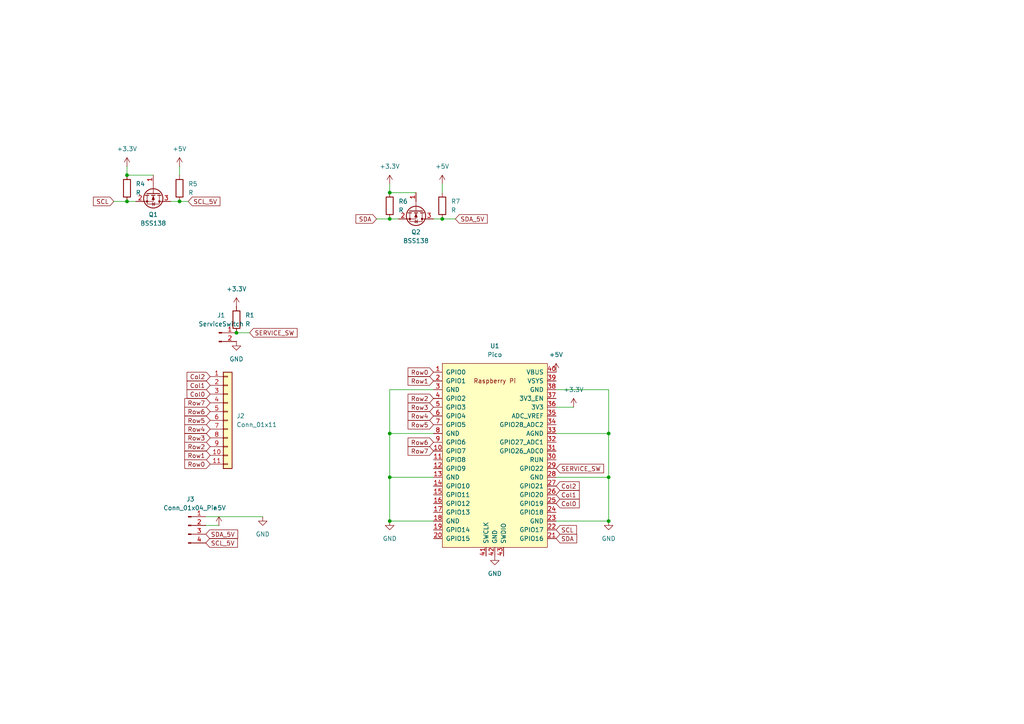
<source format=kicad_sch>
(kicad_sch (version 20231120) (generator "eeschema") (generator_version "8.0")
  (paper "A4")
  (lib_symbols
    (symbol "Connector:Conn_01x02_Pin" (pin_names (offset 1.016) hide)
      (property "Reference" "J" (at 0 2.54 0))
      (property "Value" "Conn_01x02_Pin" (at 0 -5.08 0))
      (symbol "Conn_01x02_Pin_1_1"
        (polyline (pts (xy 1.27 -2.54) (xy 0.8636 -2.54)) (stroke (width 0.1524)))
        (polyline (pts (xy 1.27 0) (xy 0.8636 0)) (stroke (width 0.1524)))
        (rectangle (start 0.8636 -2.413) (end 0 -2.667) (stroke (width 0.1524)) (fill (type outline)))
        (rectangle (start 0.8636 0.127) (end 0 -0.127) (stroke (width 0.1524)) (fill (type outline)))
        (pin passive line (at 5.08 0 180) (length 3.81) (name "Pin_1") (number "1"))
        (pin passive line (at 5.08 -2.54 180) (length 3.81) (name "Pin_2") (number "2"))
      )
    )
    (symbol "Connector:Conn_01x04_Pin" (pin_names (offset 1.016) hide)
      (property "Reference" "J" (at 0 5.08 0))
      (property "Value" "Conn_01x04_Pin" (at 0 -7.62 0))
      (symbol "Conn_01x04_Pin_1_1"
        (polyline (pts (xy 1.27 -5.08) (xy 0.8636 -5.08)) (stroke (width 0.1524)))
        (polyline (pts (xy 1.27 -2.54) (xy 0.8636 -2.54)) (stroke (width 0.1524)))
        (polyline (pts (xy 1.27 0) (xy 0.8636 0)) (stroke (width 0.1524)))
        (polyline (pts (xy 1.27 2.54) (xy 0.8636 2.54)) (stroke (width 0.1524)))
        (rectangle (start 0.8636 -4.953) (end 0 -5.207) (stroke (width 0.1524)) (fill (type outline)))
        (rectangle (start 0.8636 -2.413) (end 0 -2.667) (stroke (width 0.1524)) (fill (type outline)))
        (rectangle (start 0.8636 0.127) (end 0 -0.127) (stroke (width 0.1524)) (fill (type outline)))
        (rectangle (start 0.8636 2.667) (end 0 2.413) (stroke (width 0.1524)) (fill (type outline)))
        (pin passive line (at 5.08 2.54 180) (length 3.81) (name "Pin_1") (number "1"))
        (pin passive line (at 5.08 0 180) (length 3.81) (name "Pin_2") (number "2"))
        (pin passive line (at 5.08 -2.54 180) (length 3.81) (name "Pin_3") (number "3"))
        (pin passive line (at 5.08 -5.08 180) (length 3.81) (name "Pin_4") (number "4"))
      )
    )
    (symbol "Connector_Generic:Conn_01x11" (pin_names (offset 1.016) hide)
      (property "Reference" "J" (at 0 15.24 0))
      (property "Value" "Conn_01x11" (at 0 -15.24 0))
      (symbol "Conn_01x11_1_1"
        (rectangle (start -1.27 -12.573) (end 0 -12.827) (stroke (width 0.1524)))
        (rectangle (start -1.27 -10.033) (end 0 -10.287) (stroke (width 0.1524)))
        (rectangle (start -1.27 -7.493) (end 0 -7.747) (stroke (width 0.1524)))
        (rectangle (start -1.27 -4.953) (end 0 -5.207) (stroke (width 0.1524)))
        (rectangle (start -1.27 -2.413) (end 0 -2.667) (stroke (width 0.1524)))
        (rectangle (start -1.27 0.127) (end 0 -0.127) (stroke (width 0.1524)))
        (rectangle (start -1.27 2.667) (end 0 2.413) (stroke (width 0.1524)))
        (rectangle (start -1.27 5.207) (end 0 4.953) (stroke (width 0.1524)))
        (rectangle (start -1.27 7.747) (end 0 7.493) (stroke (width 0.1524)))
        (rectangle (start -1.27 10.287) (end 0 10.033) (stroke (width 0.1524)))
        (rectangle (start -1.27 12.827) (end 0 12.573) (stroke (width 0.1524)))
        (rectangle (start -1.27 13.97) (end 1.27 -13.97) (stroke (width 0.254)) (fill (type background)))
        (pin passive line (at -5.08 12.7 0) (length 3.81) (name "Pin_1") (number "1"))
        (pin passive line (at -5.08 -10.16 0) (length 3.81) (name "Pin_10") (number "10"))
        (pin passive line (at -5.08 -12.7 0) (length 3.81) (name "Pin_11") (number "11"))
        (pin passive line (at -5.08 10.16 0) (length 3.81) (name "Pin_2") (number "2"))
        (pin passive line (at -5.08 7.62 0) (length 3.81) (name "Pin_3") (number "3"))
        (pin passive line (at -5.08 5.08 0) (length 3.81) (name "Pin_4") (number "4"))
        (pin passive line (at -5.08 2.54 0) (length 3.81) (name "Pin_5") (number "5"))
        (pin passive line (at -5.08 0 0) (length 3.81) (name "Pin_6") (number "6"))
        (pin passive line (at -5.08 -2.54 0) (length 3.81) (name "Pin_7") (number "7"))
        (pin passive line (at -5.08 -5.08 0) (length 3.81) (name "Pin_8") (number "8"))
        (pin passive line (at -5.08 -7.62 0) (length 3.81) (name "Pin_9") (number "9"))
      )
    )
    (symbol "Device:R" (pin_numbers hide) (pin_names (offset 0))
      (property "Reference" "R" (at 2.032 0 90))
      (property "Value" "R" (at 0 0 90))
      (symbol "R_0_1"
        (rectangle (start -1.016 -2.54) (end 1.016 2.54) (stroke (width 0.254)))
      )
      (symbol "R_1_1"
        (pin passive line (at 0 3.81 270) (length 1.27) (name "~") (number "1"))
        (pin passive line (at 0 -3.81 90) (length 1.27) (name "~") (number "2"))
      )
    )
    (symbol "Pi:Pico" (pin_names (offset 1.016))
      (property "Reference" "U" (at -13.97 27.94 0))
      (property "Value" "Pico" (at 0 19.05 0))
      (symbol "Pico_0_0"
        (text "Raspberry Pi" (at 0 21.59 0) (effects (font (size 1.27 1.27))))
      )
      (symbol "Pico_0_1"
        (rectangle (start -15.24 26.67) (end 15.24 -26.67) (fill (type background)))
      )
      (symbol "Pico_1_1"
        (pin bidirectional line (at -17.78 24.13 0) (length 2.54) (name "GPIO0") (number "1"))
        (pin bidirectional line (at -17.78 1.27 0) (length 2.54) (name "GPIO7") (number "10"))
        (pin bidirectional line (at -17.78 -1.27 0) (length 2.54) (name "GPIO8") (number "11"))
        (pin bidirectional line (at -17.78 -3.81 0) (length 2.54) (name "GPIO9") (number "12"))
        (pin power_in line (at -17.78 -6.35 0) (length 2.54) (name "GND") (number "13"))
        (pin bidirectional line (at -17.78 -8.89 0) (length 2.54) (name "GPIO10") (number "14"))
        (pin bidirectional line (at -17.78 -11.43 0) (length 2.54) (name "GPIO11") (number "15"))
        (pin bidirectional line (at -17.78 -13.97 0) (length 2.54) (name "GPIO12") (number "16"))
        (pin bidirectional line (at -17.78 -16.51 0) (length 2.54) (name "GPIO13") (number "17"))
        (pin power_in line (at -17.78 -19.05 0) (length 2.54) (name "GND") (number "18"))
        (pin bidirectional line (at -17.78 -21.59 0) (length 2.54) (name "GPIO14") (number "19"))
        (pin bidirectional line (at -17.78 21.59 0) (length 2.54) (name "GPIO1") (number "2"))
        (pin bidirectional line (at -17.78 -24.13 0) (length 2.54) (name "GPIO15") (number "20"))
        (pin bidirectional line (at 17.78 -24.13 180) (length 2.54) (name "GPIO16") (number "21"))
        (pin bidirectional line (at 17.78 -21.59 180) (length 2.54) (name "GPIO17") (number "22"))
        (pin power_in line (at 17.78 -19.05 180) (length 2.54) (name "GND") (number "23"))
        (pin bidirectional line (at 17.78 -16.51 180) (length 2.54) (name "GPIO18") (number "24"))
        (pin bidirectional line (at 17.78 -13.97 180) (length 2.54) (name "GPIO19") (number "25"))
        (pin bidirectional line (at 17.78 -11.43 180) (length 2.54) (name "GPIO20") (number "26"))
        (pin bidirectional line (at 17.78 -8.89 180) (length 2.54) (name "GPIO21") (number "27"))
        (pin power_in line (at 17.78 -6.35 180) (length 2.54) (name "GND") (number "28"))
        (pin bidirectional line (at 17.78 -3.81 180) (length 2.54) (name "GPIO22") (number "29"))
        (pin power_in line (at -17.78 19.05 0) (length 2.54) (name "GND") (number "3"))
        (pin input line (at 17.78 -1.27 180) (length 2.54) (name "RUN") (number "30"))
        (pin bidirectional line (at 17.78 1.27 180) (length 2.54) (name "GPIO26_ADC0") (number "31"))
        (pin bidirectional line (at 17.78 3.81 180) (length 2.54) (name "GPIO27_ADC1") (number "32"))
        (pin power_in line (at 17.78 6.35 180) (length 2.54) (name "AGND") (number "33"))
        (pin bidirectional line (at 17.78 8.89 180) (length 2.54) (name "GPIO28_ADC2") (number "34"))
        (pin unspecified line (at 17.78 11.43 180) (length 2.54) (name "ADC_VREF") (number "35"))
        (pin unspecified line (at 17.78 13.97 180) (length 2.54) (name "3V3") (number "36"))
        (pin input line (at 17.78 16.51 180) (length 2.54) (name "3V3_EN") (number "37"))
        (pin bidirectional line (at 17.78 19.05 180) (length 2.54) (name "GND") (number "38"))
        (pin unspecified line (at 17.78 21.59 180) (length 2.54) (name "VSYS") (number "39"))
        (pin bidirectional line (at -17.78 16.51 0) (length 2.54) (name "GPIO2") (number "4"))
        (pin unspecified line (at 17.78 24.13 180) (length 2.54) (name "VBUS") (number "40"))
        (pin input line (at -2.54 -29.21 90) (length 2.54) (name "SWCLK") (number "41"))
        (pin power_in line (at 0 -29.21 90) (length 2.54) (name "GND") (number "42"))
        (pin bidirectional line (at 2.54 -29.21 90) (length 2.54) (name "SWDIO") (number "43"))
        (pin bidirectional line (at -17.78 13.97 0) (length 2.54) (name "GPIO3") (number "5"))
        (pin bidirectional line (at -17.78 11.43 0) (length 2.54) (name "GPIO4") (number "6"))
        (pin bidirectional line (at -17.78 8.89 0) (length 2.54) (name "GPIO5") (number "7"))
        (pin power_in line (at -17.78 6.35 0) (length 2.54) (name "GND") (number "8"))
        (pin bidirectional line (at -17.78 3.81 0) (length 2.54) (name "GPIO6") (number "9"))
      )
    )
    (symbol "Transistor_FET:BSS138" (pin_names hide)
      (property "Reference" "Q" (at 5.08 1.905 0))
      (property "Value" "BSS138" (at 5.08 0 0))
      (symbol "BSS138_0_1"
        (polyline (pts (xy 0.254 0) (xy -2.54 0)))
        (polyline (pts (xy 0.254 1.905) (xy 0.254 -1.905)) (stroke (width 0.254)))
        (polyline (pts (xy 0.762 -1.27) (xy 0.762 -2.286)) (stroke (width 0.254)))
        (polyline (pts (xy 0.762 0.508) (xy 0.762 -0.508)) (stroke (width 0.254)))
        (polyline (pts (xy 0.762 2.286) (xy 0.762 1.27)) (stroke (width 0.254)))
        (polyline (pts (xy 2.54 2.54) (xy 2.54 1.778)))
        (polyline (pts (xy 2.54 -2.54) (xy 2.54 0) (xy 0.762 0)))
        (polyline (pts (xy 0.762 -1.778) (xy 3.302 -1.778) (xy 3.302 1.778) (xy 0.762 1.778)))
        (polyline (pts (xy 1.016 0) (xy 2.032 0.381) (xy 2.032 -0.381) (xy 1.016 0)) (fill (type outline)))
        (polyline (pts (xy 2.794 0.508) (xy 2.921 0.381) (xy 3.683 0.381) (xy 3.81 0.254)))
        (polyline (pts (xy 3.302 0.381) (xy 2.921 -0.254) (xy 3.683 -0.254) (xy 3.302 0.381)))
        (circle (center 1.651 0) (radius 2.794) (stroke (width 0.254)))
        (circle (center 2.54 -1.778) (radius 0.254) (fill (type outline)))
        (circle (center 2.54 1.778) (radius 0.254) (fill (type outline)))
      )
      (symbol "BSS138_1_1"
        (pin input line (at -5.08 0 0) (length 2.54) (name "G") (number "1"))
        (pin passive line (at 2.54 -5.08 90) (length 2.54) (name "S") (number "2"))
        (pin passive line (at 2.54 5.08 270) (length 2.54) (name "D") (number "3"))
      )
    )
    (symbol "power:+3.3V" (power) (pin_numbers hide) (pin_names (offset 0) hide)
      (property "Value" "+3.3V" (at 0 3.556 0))
      (symbol "+3.3V_0_1"
        (polyline (pts (xy -0.762 1.27) (xy 0 2.54)))
        (polyline (pts (xy 0 0) (xy 0 2.54)))
        (polyline (pts (xy 0 2.54) (xy 0.762 1.27)))
      )
      (symbol "+3.3V_1_1"
        (pin power_in line (at 0 0 90) (length 0) (name "~") (number "1"))
      )
    )
    (symbol "power:+5V" (power) (pin_numbers hide) (pin_names (offset 0) hide)
      (property "Value" "+5V" (at 0 3.556 0))
      (symbol "+5V_0_1"
        (polyline (pts (xy -0.762 1.27) (xy 0 2.54)))
        (polyline (pts (xy 0 0) (xy 0 2.54)))
        (polyline (pts (xy 0 2.54) (xy 0.762 1.27)))
      )
      (symbol "+5V_1_1"
        (pin power_in line (at 0 0 90) (length 0) (name "~") (number "1"))
      )
    )
    (symbol "power:GND" (power) (pin_numbers hide) (pin_names (offset 0) hide)
      (property "Value" "GND" (at 0 -3.81 0))
      (symbol "GND_0_1"
        (polyline (pts (xy 0 0) (xy 0 -1.27) (xy 1.27 -1.27) (xy 0 -2.54) (xy -1.27 -1.27) (xy 0 -1.27)))
      )
      (symbol "GND_1_1"
        (pin power_in line (at 0 0 270) (length 0) (name "~") (number "1"))
      )
    )
  )
  (junction (at 113.03 151.13))
  (junction (at 176.53 125.73))
  (junction (at 36.83 58.42))
  (junction (at 176.53 138.43))
  (junction (at 52.07 58.42))
  (junction (at 176.53 151.13))
  (junction (at 128.27 63.5))
  (junction (at 113.03 125.73))
  (junction (at 113.03 63.5))
  (junction (at 113.03 138.43))
  (junction (at 113.03 55.88))
  (junction (at 68.58 96.52))
  (junction (at 36.83 50.8))
  (wire (pts (xy 113.03 53.34) (xy 113.03 55.88)))
  (wire (pts (xy 161.29 118.11) (xy 166.37 118.11)))
  (wire (pts (xy 113.03 63.5) (xy 115.57 63.5)))
  (wire (pts (xy 128.27 63.5) (xy 132.08 63.5)))
  (wire (pts (xy 52.07 48.26) (xy 52.07 50.8)))
  (wire (pts (xy 176.53 125.73) (xy 176.53 138.43)))
  (wire (pts (xy 36.83 48.26) (xy 36.83 50.8)))
  (wire (pts (xy 33.02 58.42) (xy 36.83 58.42)))
  (wire (pts (xy 59.69 152.4) (xy 63.5 152.4)))
  (wire (pts (xy 125.73 125.73) (xy 113.03 125.73)))
  (wire (pts (xy 176.53 113.03) (xy 176.53 125.73)))
  (wire (pts (xy 59.69 149.86) (xy 76.2 149.86)))
  (wire (pts (xy 113.03 113.03) (xy 113.03 125.73)))
  (wire (pts (xy 113.03 151.13) (xy 125.73 151.13)))
  (wire (pts (xy 125.73 63.5) (xy 128.27 63.5)))
  (wire (pts (xy 109.22 63.5) (xy 113.03 63.5)))
  (wire (pts (xy 72.39 96.52) (xy 68.58 96.52)))
  (wire (pts (xy 176.53 138.43) (xy 161.29 138.43)))
  (wire (pts (xy 52.07 58.42) (xy 54.61 58.42)))
  (wire (pts (xy 161.29 113.03) (xy 176.53 113.03)))
  (wire (pts (xy 113.03 138.43) (xy 125.73 138.43)))
  (wire (pts (xy 128.27 53.34) (xy 128.27 55.88)))
  (wire (pts (xy 36.83 50.8) (xy 44.45 50.8)))
  (wire (pts (xy 176.53 125.73) (xy 161.29 125.73)))
  (wire (pts (xy 49.53 58.42) (xy 52.07 58.42)))
  (wire (pts (xy 113.03 55.88) (xy 120.65 55.88)))
  (wire (pts (xy 125.73 113.03) (xy 113.03 113.03)))
  (wire (pts (xy 113.03 125.73) (xy 113.03 138.43)))
  (wire (pts (xy 113.03 138.43) (xy 113.03 151.13)))
  (wire (pts (xy 176.53 151.13) (xy 176.53 138.43)))
  (wire (pts (xy 36.83 58.42) (xy 39.37 58.42)))
  (wire (pts (xy 161.29 151.13) (xy 176.53 151.13)))
  (global_label "Col2" (shape input) (at 161.29 140.97 0) (property "Intersheetrefs" "${INTERSHEET_REFS}" (effects (hide yes))))
  (global_label "Row7" (shape input) (at 60.96 116.84 180) (property "Intersheetrefs" "${INTERSHEET_REFS}" (effects (hide yes))))
  (global_label "SDA_5V" (shape input) (at 59.69 154.94 0) (property "Intersheetrefs" "${INTERSHEET_REFS}" (effects (hide yes))))
  (global_label "Row0" (shape input) (at 60.96 134.62 180) (property "Intersheetrefs" "${INTERSHEET_REFS}" (effects (hide yes))))
  (global_label "Col2" (shape input) (at 60.96 109.22 180) (property "Intersheetrefs" "${INTERSHEET_REFS}" (effects (hide yes))))
  (global_label "Row3" (shape input) (at 60.96 127 180) (property "Intersheetrefs" "${INTERSHEET_REFS}" (effects (hide yes))))
  (global_label "Row2" (shape input) (at 125.73 115.57 180) (property "Intersheetrefs" "${INTERSHEET_REFS}" (effects (hide yes))))
  (global_label "Row1" (shape input) (at 60.96 132.08 180) (property "Intersheetrefs" "${INTERSHEET_REFS}" (effects (hide yes))))
  (global_label "SCL" (shape input) (at 33.02 58.42 180) (property "Intersheetrefs" "${INTERSHEET_REFS}" (effects (hide yes))))
  (global_label "SERVICE_SW" (shape input) (at 72.39 96.52 0) (property "Intersheetrefs" "${INTERSHEET_REFS}" (effects (hide yes))))
  (global_label "SDA_5V" (shape input) (at 132.08 63.5 0) (property "Intersheetrefs" "${INTERSHEET_REFS}" (effects (hide yes))))
  (global_label "Row7" (shape input) (at 125.73 130.81 180) (property "Intersheetrefs" "${INTERSHEET_REFS}" (effects (hide yes))))
  (global_label "SCL" (shape input) (at 161.29 153.67 0) (property "Intersheetrefs" "${INTERSHEET_REFS}" (effects (hide yes))))
  (global_label "Col0" (shape input) (at 60.96 114.3 180) (property "Intersheetrefs" "${INTERSHEET_REFS}" (effects (hide yes))))
  (global_label "Row6" (shape input) (at 125.73 128.27 180) (property "Intersheetrefs" "${INTERSHEET_REFS}" (effects (hide yes))))
  (global_label "SCL_5V" (shape input) (at 54.61 58.42 0) (property "Intersheetrefs" "${INTERSHEET_REFS}" (effects (hide yes))))
  (global_label "Row1" (shape input) (at 125.73 110.49 180) (property "Intersheetrefs" "${INTERSHEET_REFS}" (effects (hide yes))))
  (global_label "Row0" (shape input) (at 125.73 107.95 180) (property "Intersheetrefs" "${INTERSHEET_REFS}" (effects (hide yes))))
  (global_label "Row4" (shape input) (at 60.96 124.46 180) (property "Intersheetrefs" "${INTERSHEET_REFS}" (effects (hide yes))))
  (global_label "Row5" (shape input) (at 125.73 123.19 180) (property "Intersheetrefs" "${INTERSHEET_REFS}" (effects (hide yes))))
  (global_label "Row6" (shape input) (at 60.96 119.38 180) (property "Intersheetrefs" "${INTERSHEET_REFS}" (effects (hide yes))))
  (global_label "Col1" (shape input) (at 60.96 111.76 180) (property "Intersheetrefs" "${INTERSHEET_REFS}" (effects (hide yes))))
  (global_label "SDA" (shape input) (at 109.22 63.5 180) (property "Intersheetrefs" "${INTERSHEET_REFS}" (effects (hide yes))))
  (global_label "Row4" (shape input) (at 125.73 120.65 180) (property "Intersheetrefs" "${INTERSHEET_REFS}" (effects (hide yes))))
  (global_label "Row3" (shape input) (at 125.73 118.11 180) (property "Intersheetrefs" "${INTERSHEET_REFS}" (effects (hide yes))))
  (global_label "Row2" (shape input) (at 60.96 129.54 180) (property "Intersheetrefs" "${INTERSHEET_REFS}" (effects (hide yes))))
  (global_label "Col1" (shape input) (at 161.29 143.51 0) (property "Intersheetrefs" "${INTERSHEET_REFS}" (effects (hide yes))))
  (global_label "Col0" (shape input) (at 161.29 146.05 0) (property "Intersheetrefs" "${INTERSHEET_REFS}" (effects (hide yes))))
  (global_label "SERVICE_SW" (shape input) (at 161.29 135.89 0) (property "Intersheetrefs" "${INTERSHEET_REFS}" (effects (hide yes))))
  (global_label "Row5" (shape input) (at 60.96 121.92 180) (property "Intersheetrefs" "${INTERSHEET_REFS}" (effects (hide yes))))
  (global_label "SCL_5V" (shape input) (at 59.69 157.48 0) (property "Intersheetrefs" "${INTERSHEET_REFS}" (effects (hide yes))))
  (global_label "SDA" (shape input) (at 161.29 156.21 0) (property "Intersheetrefs" "${INTERSHEET_REFS}" (effects (hide yes))))
  (symbol (lib_id "Transistor_FET:BSS138") (at 120.65 60.96 270) (unit 1)
    (property "Reference" "Q2" (at 120.65 67.31 90))
    (property "Value" "BSS138" (at 120.65 69.85 90))
    (property "Footprint" "Package_TO_SOT_SMD:SOT-23" (effects (hide yes)))
    (property "Datasheet" "https://www.onsemi.com/pub/Collateral/BSS138-D.PDF" (effects (hide yes)))
    (property "Description" "50V Vds, 0.22A Id, N-Channel MOSFET, SOT-23" (effects (hide yes)))
  )
  (symbol (lib_id "Pi:Pico") (at 143.51 132.08 0) (unit 1)
    (property "Reference" "U1" (at 143.51 100.33 0))
    (property "Value" "Pico" (at 143.51 102.87 0))
    (property "Footprint" "Pi:RPi_Pico_SMD_TH" (effects (hide yes)))
  )
  (symbol (lib_id "Device:R") (at 52.07 54.61 0) (unit 1)
    (property "Reference" "R5" (at 54.61 53.3399 0) (effects (justify left)))
    (property "Value" "R" (at 54.61 55.8799 0) (effects (justify left)))
    (property "Footprint" "Resistor_SMD:R_1206_3216Metric" (effects (hide yes)))
    (property "Description" "Resistor" (effects (hide yes)))
  )
  (symbol (lib_id "Device:R") (at 128.27 59.69 0) (unit 1)
    (property "Reference" "R7" (at 130.81 58.4199 0) (effects (justify left)))
    (property "Value" "R" (at 130.81 60.9599 0) (effects (justify left)))
    (property "Footprint" "Resistor_SMD:R_1206_3216Metric" (effects (hide yes)))
    (property "Description" "Resistor" (effects (hide yes)))
  )
  (symbol (lib_id "power:GND") (at 113.03 151.13 0) (unit 1)
    (property "Reference" "#PWR011" (effects (hide yes)))
    (property "Value" "GND" (at 113.03 156.21 0))
    (property "Description" "Power symbol creates a global label with name \"GND\" , ground" (effects (hide yes)))
  )
  (symbol (lib_id "power:+5V") (at 52.07 48.26 0) (unit 1)
    (property "Reference" "#PWR06" (effects (hide yes)))
    (property "Value" "+5V" (at 52.07 43.18 0))
    (property "Description" "Power symbol creates a global label with name \"+5V\"" (effects (hide yes)))
  )
  (symbol (lib_id "Connector_Generic:Conn_01x11") (at 66.04 121.92 0) (unit 1)
    (property "Reference" "J2" (at 68.58 120.6499 0) (effects (justify left)))
    (property "Value" "Conn_01x11" (at 68.58 123.1899 0) (effects (justify left)))
    (property "Footprint" "Connector_PinHeader_2.54mm:PinHeader_1x11_P2.54mm_Vertical" (effects (hide yes)))
    (property "Description" "Generic connector, single row, 01x11, script generated (kicad-library-utils/schlib/autogen/connector/)" (effects (hide yes)))
  )
  (symbol (lib_id "power:+3.3V") (at 166.37 118.11 0) (unit 1)
    (property "Reference" "#PWR01" (effects (hide yes)))
    (property "Value" "+3.3V" (at 166.37 113.03 0))
    (property "Description" "Power symbol creates a global label with name \"+3.3V\"" (effects (hide yes)))
  )
  (symbol (lib_id "Device:R") (at 113.03 59.69 180) (unit 1)
    (property "Reference" "R6" (at 115.57 58.4199 0) (effects (justify right)))
    (property "Value" "R" (at 115.57 60.9599 0) (effects (justify right)))
    (property "Footprint" "Resistor_SMD:R_1206_3216Metric" (effects (hide yes)))
    (property "Description" "Resistor" (effects (hide yes)))
  )
  (symbol (lib_id "power:GND") (at 143.51 161.29 0) (unit 1)
    (property "Reference" "#PWR013" (effects (hide yes)))
    (property "Value" "GND" (at 143.51 166.37 0))
    (property "Description" "Power symbol creates a global label with name \"GND\" , ground" (effects (hide yes)))
  )
  (symbol (lib_id "Connector:Conn_01x04_Pin") (at 54.61 152.4 0) (unit 1)
    (property "Reference" "J3" (at 55.245 144.78 0))
    (property "Value" "Conn_01x04_Pin" (at 55.245 147.32 0))
    (property "Footprint" "Connector_PinHeader_2.54mm:PinHeader_1x04_P2.54mm_Vertical" (effects (hide yes)))
    (property "Description" "Generic connector, single row, 01x04, script generated" (effects (hide yes)))
  )
  (symbol (lib_id "power:GND") (at 176.53 151.13 0) (unit 1)
    (property "Reference" "#PWR012" (effects (hide yes)))
    (property "Value" "GND" (at 176.53 156.21 0))
    (property "Description" "Power symbol creates a global label with name \"GND\" , ground" (effects (hide yes)))
  )
  (symbol (lib_id "Connector:Conn_01x02_Pin") (at 63.5 96.52 0) (unit 1)
    (property "Reference" "J1" (at 64.135 91.44 0))
    (property "Value" "ServiceSwitch" (at 64.135 93.98 0))
    (property "Footprint" "Connector_PinHeader_2.54mm:PinHeader_1x02_P2.54mm_Vertical" (effects (hide yes)))
    (property "Description" "Generic connector, single row, 01x02, script generated" (effects (hide yes)))
  )
  (symbol (lib_id "power:+5V") (at 63.5 152.4 0) (unit 1)
    (property "Reference" "#PWR04" (effects (hide yes)))
    (property "Value" "+5V" (at 63.5 147.32 0))
    (property "Description" "Power symbol creates a global label with name \"+5V\"" (effects (hide yes)))
  )
  (symbol (lib_id "power:+3.3V") (at 68.58 88.9 0) (unit 1)
    (property "Reference" "#PWR02" (effects (hide yes)))
    (property "Value" "+3.3V" (at 68.58 83.82 0))
    (property "Description" "Power symbol creates a global label with name \"+3.3V\"" (effects (hide yes)))
  )
  (symbol (lib_id "power:+5V") (at 161.29 107.95 0) (unit 1)
    (property "Reference" "#PWR05" (effects (hide yes)))
    (property "Value" "+5V" (at 161.29 102.87 0))
    (property "Description" "Power symbol creates a global label with name \"+5V\"" (effects (hide yes)))
  )
  (symbol (lib_id "power:+5V") (at 128.27 53.34 0) (unit 1)
    (property "Reference" "#PWR09" (effects (hide yes)))
    (property "Value" "+5V" (at 128.27 48.26 0))
    (property "Description" "Power symbol creates a global label with name \"+5V\"" (effects (hide yes)))
  )
  (symbol (lib_id "Device:R") (at 36.83 54.61 180) (unit 1)
    (property "Reference" "R4" (at 39.37 53.3399 0) (effects (justify right)))
    (property "Value" "R" (at 39.37 55.8799 0) (effects (justify right)))
    (property "Footprint" "Resistor_SMD:R_1206_3216Metric" (effects (hide yes)))
    (property "Description" "Resistor" (effects (hide yes)))
  )
  (symbol (lib_id "power:+3.3V") (at 113.03 53.34 0) (unit 1)
    (property "Reference" "#PWR08" (effects (hide yes)))
    (property "Value" "+3.3V" (at 113.03 48.26 0))
    (property "Description" "Power symbol creates a global label with name \"+3.3V\"" (effects (hide yes)))
  )
  (symbol (lib_id "power:GND") (at 76.2 149.86 0) (unit 1)
    (property "Reference" "#PWR03" (effects (hide yes)))
    (property "Value" "GND" (at 76.2 154.94 0))
    (property "Description" "Power symbol creates a global label with name \"GND\" , ground" (effects (hide yes)))
  )
  (symbol (lib_id "Transistor_FET:BSS138") (at 44.45 55.88 270) (unit 1)
    (property "Reference" "Q1" (at 44.45 62.23 90))
    (property "Value" "BSS138" (at 44.45 64.77 90))
    (property "Footprint" "Package_TO_SOT_SMD:SOT-23" (effects (hide yes)))
    (property "Datasheet" "https://www.onsemi.com/pub/Collateral/BSS138-D.PDF" (effects (hide yes)))
    (property "Description" "50V Vds, 0.22A Id, N-Channel MOSFET, SOT-23" (effects (hide yes)))
  )
  (symbol (lib_id "power:GND") (at 68.58 99.06 0) (unit 1)
    (property "Reference" "#PWR010" (effects (hide yes)))
    (property "Value" "GND" (at 68.58 104.14 0))
    (property "Description" "Power symbol creates a global label with name \"GND\" , ground" (effects (hide yes)))
  )
  (symbol (lib_id "Device:R") (at 68.58 92.71 0) (unit 1)
    (property "Reference" "R1" (at 71.12 91.4399 0) (effects (justify left)))
    (property "Value" "R" (at 71.12 93.9799 0) (effects (justify left)))
    (property "Footprint" "Resistor_SMD:R_1206_3216Metric" (effects (hide yes)))
    (property "Description" "Resistor" (effects (hide yes)))
  )
  (symbol (lib_id "power:+3.3V") (at 36.83 48.26 0) (unit 1)
    (property "Reference" "#PWR07" (effects (hide yes)))
    (property "Value" "+3.3V" (at 36.83 43.18 0))
    (property "Description" "Power symbol creates a global label with name \"+3.3V\"" (effects (hide yes)))
  )
)
</source>
